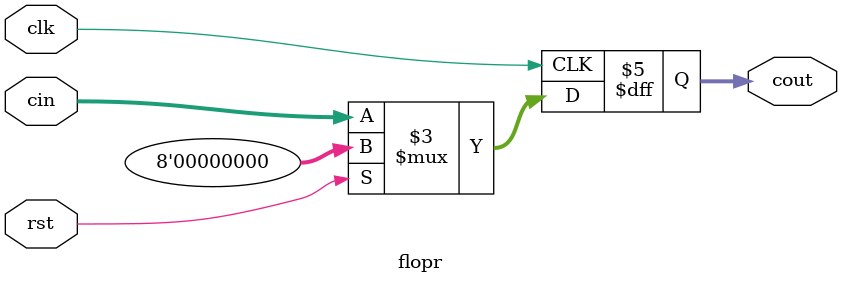
<source format=v>
`timescale 1ns / 1ps


module flopr #(parameter WIDTH = 8)(
	input wire clk,rst,
	input wire[WIDTH-1:0] cin,
	output reg[WIDTH-1:0] cout
    );
	always @(posedge clk) begin
		if (rst) begin
			// reset
			cout <= 0;
		end
		else begin
			cout <= cin;
		end
	end
endmodule

</source>
